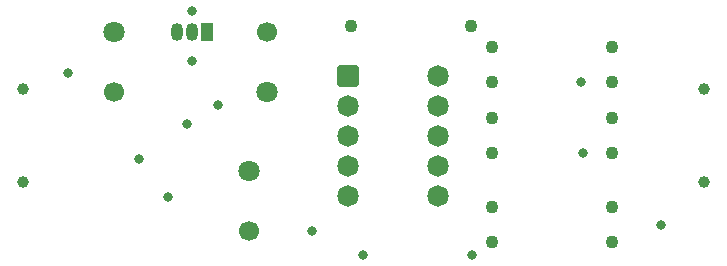
<source format=gbr>
%TF.GenerationSoftware,KiCad,Pcbnew,7.0.10*%
%TF.CreationDate,2024-03-29T17:01:24+09:00*%
%TF.ProjectId,HD-AK4316,48442d41-4b34-4333-9136-2e6b69636164,rev?*%
%TF.SameCoordinates,Original*%
%TF.FileFunction,Soldermask,Bot*%
%TF.FilePolarity,Negative*%
%FSLAX46Y46*%
G04 Gerber Fmt 4.6, Leading zero omitted, Abs format (unit mm)*
G04 Created by KiCad (PCBNEW 7.0.10) date 2024-03-29 17:01:24*
%MOMM*%
%LPD*%
G01*
G04 APERTURE LIST*
G04 Aperture macros list*
%AMRoundRect*
0 Rectangle with rounded corners*
0 $1 Rounding radius*
0 $2 $3 $4 $5 $6 $7 $8 $9 X,Y pos of 4 corners*
0 Add a 4 corners polygon primitive as box body*
4,1,4,$2,$3,$4,$5,$6,$7,$8,$9,$2,$3,0*
0 Add four circle primitives for the rounded corners*
1,1,$1+$1,$2,$3*
1,1,$1+$1,$4,$5*
1,1,$1+$1,$6,$7*
1,1,$1+$1,$8,$9*
0 Add four rect primitives between the rounded corners*
20,1,$1+$1,$2,$3,$4,$5,0*
20,1,$1+$1,$4,$5,$6,$7,0*
20,1,$1+$1,$6,$7,$8,$9,0*
20,1,$1+$1,$8,$9,$2,$3,0*%
G04 Aperture macros list end*
%ADD10C,1.100000*%
%ADD11RoundRect,0.150000X-0.762000X0.762000X-0.762000X-0.762000X0.762000X-0.762000X0.762000X0.762000X0*%
%ADD12C,1.824000*%
%ADD13R,1.016000X1.524000*%
%ADD14O,1.016000X1.524000*%
%ADD15C,1.800000*%
%ADD16C,1.700000*%
%ADD17C,1.000000*%
%ADD18C,0.800000*%
G04 APERTURE END LIST*
D10*
%TO.C,R7*%
X181080000Y-55000000D03*
X170920000Y-55000000D03*
%TD*%
%TO.C,R11*%
X170920000Y-58000000D03*
X181080000Y-58000000D03*
%TD*%
D11*
%TO.C,U1*%
X158690000Y-57420000D03*
D12*
X158690000Y-59960000D03*
X158690000Y-62500000D03*
X158690000Y-65040000D03*
X158690000Y-67580000D03*
X166310000Y-67580000D03*
X166310000Y-65040000D03*
X166310000Y-62500000D03*
X166310000Y-59960000D03*
X166310000Y-57420000D03*
%TD*%
D13*
%TO.C,U3*%
X146720000Y-53765000D03*
D14*
X145450000Y-53765000D03*
X144180000Y-53765000D03*
%TD*%
D10*
%TO.C,R1*%
X158919999Y-53200000D03*
X169079999Y-53200000D03*
%TD*%
D15*
%TO.C,C1*%
X138925000Y-53760000D03*
D16*
X138925000Y-58840000D03*
%TD*%
D10*
%TO.C,R9*%
X181080000Y-61000000D03*
X170920000Y-61000000D03*
%TD*%
D17*
%TO.C,CN1*%
X131200000Y-58550000D03*
X131200000Y-66450000D03*
%TD*%
%TO.C,CN2*%
X188800000Y-66450000D03*
X188800000Y-58550000D03*
%TD*%
D15*
%TO.C,C5*%
X151825000Y-58790000D03*
D16*
X151825000Y-53710000D03*
%TD*%
D10*
%TO.C,R13*%
X170920000Y-64000000D03*
X181080000Y-64000000D03*
%TD*%
D15*
%TO.C,C3*%
X150300000Y-65460000D03*
D16*
X150300000Y-70540000D03*
%TD*%
D10*
%TO.C,R5*%
X181080000Y-71500000D03*
X170920000Y-71500000D03*
%TD*%
%TO.C,R3*%
X181080000Y-68500000D03*
X170920000Y-68500000D03*
%TD*%
D18*
X145100000Y-61500000D03*
X178600000Y-64000000D03*
X143500000Y-67700000D03*
X169200000Y-72600000D03*
X145450000Y-51950000D03*
X155640000Y-70540000D03*
X147700000Y-59900000D03*
X185200000Y-70100000D03*
X145450000Y-56150000D03*
X160000000Y-72600000D03*
X135000000Y-57200000D03*
X141000000Y-64500000D03*
X178400000Y-58000000D03*
M02*

</source>
